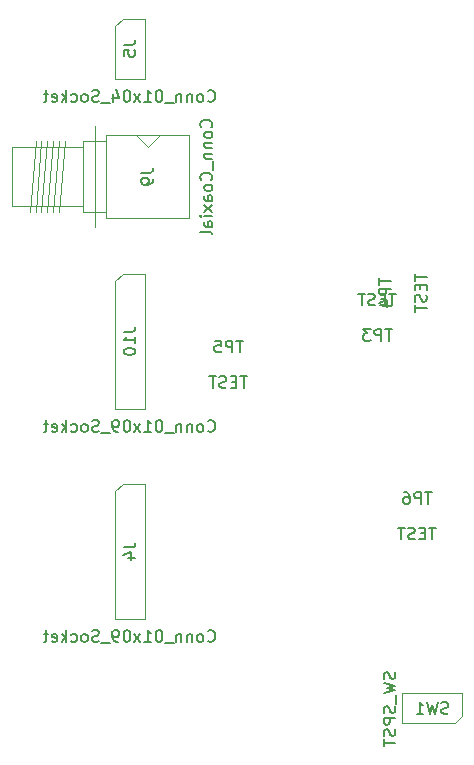
<source format=gbr>
G04 #@! TF.GenerationSoftware,KiCad,Pcbnew,7.0.11-7.0.11~ubuntu23.10.1*
G04 #@! TF.CreationDate,2024-06-16T14:32:52+02:00*
G04 #@! TF.ProjectId,WiRoc_NanoPi,5769526f-635f-44e6-916e-6f50692e6b69,rev?*
G04 #@! TF.SameCoordinates,Original*
G04 #@! TF.FileFunction,AssemblyDrawing,Bot*
%FSLAX46Y46*%
G04 Gerber Fmt 4.6, Leading zero omitted, Abs format (unit mm)*
G04 Created by KiCad (PCBNEW 7.0.11-7.0.11~ubuntu23.10.1) date 2024-06-16 14:32:52*
%MOMM*%
%LPD*%
G01*
G04 APERTURE LIST*
%ADD10C,0.150000*%
%ADD11C,0.100000*%
G04 APERTURE END LIST*
D10*
X26064819Y35115238D02*
X26064819Y34543810D01*
X27064819Y34829524D02*
X26064819Y34829524D01*
X26541009Y34210476D02*
X26541009Y33877143D01*
X27064819Y33734286D02*
X27064819Y34210476D01*
X27064819Y34210476D02*
X26064819Y34210476D01*
X26064819Y34210476D02*
X26064819Y33734286D01*
X27017200Y33353333D02*
X27064819Y33210476D01*
X27064819Y33210476D02*
X27064819Y32972381D01*
X27064819Y32972381D02*
X27017200Y32877143D01*
X27017200Y32877143D02*
X26969580Y32829524D01*
X26969580Y32829524D02*
X26874342Y32781905D01*
X26874342Y32781905D02*
X26779104Y32781905D01*
X26779104Y32781905D02*
X26683866Y32829524D01*
X26683866Y32829524D02*
X26636247Y32877143D01*
X26636247Y32877143D02*
X26588628Y32972381D01*
X26588628Y32972381D02*
X26541009Y33162857D01*
X26541009Y33162857D02*
X26493390Y33258095D01*
X26493390Y33258095D02*
X26445771Y33305714D01*
X26445771Y33305714D02*
X26350533Y33353333D01*
X26350533Y33353333D02*
X26255295Y33353333D01*
X26255295Y33353333D02*
X26160057Y33305714D01*
X26160057Y33305714D02*
X26112438Y33258095D01*
X26112438Y33258095D02*
X26064819Y33162857D01*
X26064819Y33162857D02*
X26064819Y32924762D01*
X26064819Y32924762D02*
X26112438Y32781905D01*
X26064819Y32496190D02*
X26064819Y31924762D01*
X27064819Y32210476D02*
X26064819Y32210476D01*
X23064819Y34781905D02*
X23064819Y34210477D01*
X24064819Y34496191D02*
X23064819Y34496191D01*
X24064819Y33877143D02*
X23064819Y33877143D01*
X23064819Y33877143D02*
X23064819Y33496191D01*
X23064819Y33496191D02*
X23112438Y33400953D01*
X23112438Y33400953D02*
X23160057Y33353334D01*
X23160057Y33353334D02*
X23255295Y33305715D01*
X23255295Y33305715D02*
X23398152Y33305715D01*
X23398152Y33305715D02*
X23493390Y33353334D01*
X23493390Y33353334D02*
X23541009Y33400953D01*
X23541009Y33400953D02*
X23588628Y33496191D01*
X23588628Y33496191D02*
X23588628Y33877143D01*
X23398152Y32448572D02*
X24064819Y32448572D01*
X23017200Y32686667D02*
X23731485Y32924762D01*
X23731485Y32924762D02*
X23731485Y32305715D01*
X24367200Y1401429D02*
X24414819Y1258572D01*
X24414819Y1258572D02*
X24414819Y1020477D01*
X24414819Y1020477D02*
X24367200Y925239D01*
X24367200Y925239D02*
X24319580Y877620D01*
X24319580Y877620D02*
X24224342Y830001D01*
X24224342Y830001D02*
X24129104Y830001D01*
X24129104Y830001D02*
X24033866Y877620D01*
X24033866Y877620D02*
X23986247Y925239D01*
X23986247Y925239D02*
X23938628Y1020477D01*
X23938628Y1020477D02*
X23891009Y1210953D01*
X23891009Y1210953D02*
X23843390Y1306191D01*
X23843390Y1306191D02*
X23795771Y1353810D01*
X23795771Y1353810D02*
X23700533Y1401429D01*
X23700533Y1401429D02*
X23605295Y1401429D01*
X23605295Y1401429D02*
X23510057Y1353810D01*
X23510057Y1353810D02*
X23462438Y1306191D01*
X23462438Y1306191D02*
X23414819Y1210953D01*
X23414819Y1210953D02*
X23414819Y972858D01*
X23414819Y972858D02*
X23462438Y830001D01*
X23414819Y496667D02*
X24414819Y258572D01*
X24414819Y258572D02*
X23700533Y68096D01*
X23700533Y68096D02*
X24414819Y-122380D01*
X24414819Y-122380D02*
X23414819Y-360476D01*
X24510057Y-503333D02*
X24510057Y-1265237D01*
X24367200Y-1455714D02*
X24414819Y-1598571D01*
X24414819Y-1598571D02*
X24414819Y-1836666D01*
X24414819Y-1836666D02*
X24367200Y-1931904D01*
X24367200Y-1931904D02*
X24319580Y-1979523D01*
X24319580Y-1979523D02*
X24224342Y-2027142D01*
X24224342Y-2027142D02*
X24129104Y-2027142D01*
X24129104Y-2027142D02*
X24033866Y-1979523D01*
X24033866Y-1979523D02*
X23986247Y-1931904D01*
X23986247Y-1931904D02*
X23938628Y-1836666D01*
X23938628Y-1836666D02*
X23891009Y-1646190D01*
X23891009Y-1646190D02*
X23843390Y-1550952D01*
X23843390Y-1550952D02*
X23795771Y-1503333D01*
X23795771Y-1503333D02*
X23700533Y-1455714D01*
X23700533Y-1455714D02*
X23605295Y-1455714D01*
X23605295Y-1455714D02*
X23510057Y-1503333D01*
X23510057Y-1503333D02*
X23462438Y-1550952D01*
X23462438Y-1550952D02*
X23414819Y-1646190D01*
X23414819Y-1646190D02*
X23414819Y-1884285D01*
X23414819Y-1884285D02*
X23462438Y-2027142D01*
X24414819Y-2455714D02*
X23414819Y-2455714D01*
X23414819Y-2455714D02*
X23414819Y-2836666D01*
X23414819Y-2836666D02*
X23462438Y-2931904D01*
X23462438Y-2931904D02*
X23510057Y-2979523D01*
X23510057Y-2979523D02*
X23605295Y-3027142D01*
X23605295Y-3027142D02*
X23748152Y-3027142D01*
X23748152Y-3027142D02*
X23843390Y-2979523D01*
X23843390Y-2979523D02*
X23891009Y-2931904D01*
X23891009Y-2931904D02*
X23938628Y-2836666D01*
X23938628Y-2836666D02*
X23938628Y-2455714D01*
X24367200Y-3408095D02*
X24414819Y-3550952D01*
X24414819Y-3550952D02*
X24414819Y-3789047D01*
X24414819Y-3789047D02*
X24367200Y-3884285D01*
X24367200Y-3884285D02*
X24319580Y-3931904D01*
X24319580Y-3931904D02*
X24224342Y-3979523D01*
X24224342Y-3979523D02*
X24129104Y-3979523D01*
X24129104Y-3979523D02*
X24033866Y-3931904D01*
X24033866Y-3931904D02*
X23986247Y-3884285D01*
X23986247Y-3884285D02*
X23938628Y-3789047D01*
X23938628Y-3789047D02*
X23891009Y-3598571D01*
X23891009Y-3598571D02*
X23843390Y-3503333D01*
X23843390Y-3503333D02*
X23795771Y-3455714D01*
X23795771Y-3455714D02*
X23700533Y-3408095D01*
X23700533Y-3408095D02*
X23605295Y-3408095D01*
X23605295Y-3408095D02*
X23510057Y-3455714D01*
X23510057Y-3455714D02*
X23462438Y-3503333D01*
X23462438Y-3503333D02*
X23414819Y-3598571D01*
X23414819Y-3598571D02*
X23414819Y-3836666D01*
X23414819Y-3836666D02*
X23462438Y-3979523D01*
X23414819Y-4265238D02*
X23414819Y-4836666D01*
X24414819Y-4550952D02*
X23414819Y-4550952D01*
X28893332Y-2077200D02*
X28750475Y-2124819D01*
X28750475Y-2124819D02*
X28512380Y-2124819D01*
X28512380Y-2124819D02*
X28417142Y-2077200D01*
X28417142Y-2077200D02*
X28369523Y-2029580D01*
X28369523Y-2029580D02*
X28321904Y-1934342D01*
X28321904Y-1934342D02*
X28321904Y-1839104D01*
X28321904Y-1839104D02*
X28369523Y-1743866D01*
X28369523Y-1743866D02*
X28417142Y-1696247D01*
X28417142Y-1696247D02*
X28512380Y-1648628D01*
X28512380Y-1648628D02*
X28702856Y-1601009D01*
X28702856Y-1601009D02*
X28798094Y-1553390D01*
X28798094Y-1553390D02*
X28845713Y-1505771D01*
X28845713Y-1505771D02*
X28893332Y-1410533D01*
X28893332Y-1410533D02*
X28893332Y-1315295D01*
X28893332Y-1315295D02*
X28845713Y-1220057D01*
X28845713Y-1220057D02*
X28798094Y-1172438D01*
X28798094Y-1172438D02*
X28702856Y-1124819D01*
X28702856Y-1124819D02*
X28464761Y-1124819D01*
X28464761Y-1124819D02*
X28321904Y-1172438D01*
X27988570Y-1124819D02*
X27750475Y-2124819D01*
X27750475Y-2124819D02*
X27559999Y-1410533D01*
X27559999Y-1410533D02*
X27369523Y-2124819D01*
X27369523Y-2124819D02*
X27131428Y-1124819D01*
X26226666Y-2124819D02*
X26798094Y-2124819D01*
X26512380Y-2124819D02*
X26512380Y-1124819D01*
X26512380Y-1124819D02*
X26607618Y-1267676D01*
X26607618Y-1267676D02*
X26702856Y-1362914D01*
X26702856Y-1362914D02*
X26798094Y-1410533D01*
X8809580Y47548277D02*
X8857200Y47595896D01*
X8857200Y47595896D02*
X8904819Y47738753D01*
X8904819Y47738753D02*
X8904819Y47833991D01*
X8904819Y47833991D02*
X8857200Y47976848D01*
X8857200Y47976848D02*
X8761961Y48072086D01*
X8761961Y48072086D02*
X8666723Y48119705D01*
X8666723Y48119705D02*
X8476247Y48167324D01*
X8476247Y48167324D02*
X8333390Y48167324D01*
X8333390Y48167324D02*
X8142914Y48119705D01*
X8142914Y48119705D02*
X8047676Y48072086D01*
X8047676Y48072086D02*
X7952438Y47976848D01*
X7952438Y47976848D02*
X7904819Y47833991D01*
X7904819Y47833991D02*
X7904819Y47738753D01*
X7904819Y47738753D02*
X7952438Y47595896D01*
X7952438Y47595896D02*
X8000057Y47548277D01*
X8904819Y46976848D02*
X8857200Y47072086D01*
X8857200Y47072086D02*
X8809580Y47119705D01*
X8809580Y47119705D02*
X8714342Y47167324D01*
X8714342Y47167324D02*
X8428628Y47167324D01*
X8428628Y47167324D02*
X8333390Y47119705D01*
X8333390Y47119705D02*
X8285771Y47072086D01*
X8285771Y47072086D02*
X8238152Y46976848D01*
X8238152Y46976848D02*
X8238152Y46833991D01*
X8238152Y46833991D02*
X8285771Y46738753D01*
X8285771Y46738753D02*
X8333390Y46691134D01*
X8333390Y46691134D02*
X8428628Y46643515D01*
X8428628Y46643515D02*
X8714342Y46643515D01*
X8714342Y46643515D02*
X8809580Y46691134D01*
X8809580Y46691134D02*
X8857200Y46738753D01*
X8857200Y46738753D02*
X8904819Y46833991D01*
X8904819Y46833991D02*
X8904819Y46976848D01*
X8238152Y46214943D02*
X8904819Y46214943D01*
X8333390Y46214943D02*
X8285771Y46167324D01*
X8285771Y46167324D02*
X8238152Y46072086D01*
X8238152Y46072086D02*
X8238152Y45929229D01*
X8238152Y45929229D02*
X8285771Y45833991D01*
X8285771Y45833991D02*
X8381009Y45786372D01*
X8381009Y45786372D02*
X8904819Y45786372D01*
X8238152Y45310181D02*
X8904819Y45310181D01*
X8333390Y45310181D02*
X8285771Y45262562D01*
X8285771Y45262562D02*
X8238152Y45167324D01*
X8238152Y45167324D02*
X8238152Y45024467D01*
X8238152Y45024467D02*
X8285771Y44929229D01*
X8285771Y44929229D02*
X8381009Y44881610D01*
X8381009Y44881610D02*
X8904819Y44881610D01*
X9000057Y44643514D02*
X9000057Y43881610D01*
X8809580Y43072086D02*
X8857200Y43119705D01*
X8857200Y43119705D02*
X8904819Y43262562D01*
X8904819Y43262562D02*
X8904819Y43357800D01*
X8904819Y43357800D02*
X8857200Y43500657D01*
X8857200Y43500657D02*
X8761961Y43595895D01*
X8761961Y43595895D02*
X8666723Y43643514D01*
X8666723Y43643514D02*
X8476247Y43691133D01*
X8476247Y43691133D02*
X8333390Y43691133D01*
X8333390Y43691133D02*
X8142914Y43643514D01*
X8142914Y43643514D02*
X8047676Y43595895D01*
X8047676Y43595895D02*
X7952438Y43500657D01*
X7952438Y43500657D02*
X7904819Y43357800D01*
X7904819Y43357800D02*
X7904819Y43262562D01*
X7904819Y43262562D02*
X7952438Y43119705D01*
X7952438Y43119705D02*
X8000057Y43072086D01*
X8904819Y42500657D02*
X8857200Y42595895D01*
X8857200Y42595895D02*
X8809580Y42643514D01*
X8809580Y42643514D02*
X8714342Y42691133D01*
X8714342Y42691133D02*
X8428628Y42691133D01*
X8428628Y42691133D02*
X8333390Y42643514D01*
X8333390Y42643514D02*
X8285771Y42595895D01*
X8285771Y42595895D02*
X8238152Y42500657D01*
X8238152Y42500657D02*
X8238152Y42357800D01*
X8238152Y42357800D02*
X8285771Y42262562D01*
X8285771Y42262562D02*
X8333390Y42214943D01*
X8333390Y42214943D02*
X8428628Y42167324D01*
X8428628Y42167324D02*
X8714342Y42167324D01*
X8714342Y42167324D02*
X8809580Y42214943D01*
X8809580Y42214943D02*
X8857200Y42262562D01*
X8857200Y42262562D02*
X8904819Y42357800D01*
X8904819Y42357800D02*
X8904819Y42500657D01*
X8904819Y41310181D02*
X8381009Y41310181D01*
X8381009Y41310181D02*
X8285771Y41357800D01*
X8285771Y41357800D02*
X8238152Y41453038D01*
X8238152Y41453038D02*
X8238152Y41643514D01*
X8238152Y41643514D02*
X8285771Y41738752D01*
X8857200Y41310181D02*
X8904819Y41405419D01*
X8904819Y41405419D02*
X8904819Y41643514D01*
X8904819Y41643514D02*
X8857200Y41738752D01*
X8857200Y41738752D02*
X8761961Y41786371D01*
X8761961Y41786371D02*
X8666723Y41786371D01*
X8666723Y41786371D02*
X8571485Y41738752D01*
X8571485Y41738752D02*
X8523866Y41643514D01*
X8523866Y41643514D02*
X8523866Y41405419D01*
X8523866Y41405419D02*
X8476247Y41310181D01*
X8904819Y40929228D02*
X8238152Y40405419D01*
X8238152Y40929228D02*
X8904819Y40405419D01*
X8904819Y40024466D02*
X8238152Y40024466D01*
X7904819Y40024466D02*
X7952438Y40072085D01*
X7952438Y40072085D02*
X8000057Y40024466D01*
X8000057Y40024466D02*
X7952438Y39976847D01*
X7952438Y39976847D02*
X7904819Y40024466D01*
X7904819Y40024466D02*
X8000057Y40024466D01*
X8904819Y39119705D02*
X8381009Y39119705D01*
X8381009Y39119705D02*
X8285771Y39167324D01*
X8285771Y39167324D02*
X8238152Y39262562D01*
X8238152Y39262562D02*
X8238152Y39453038D01*
X8238152Y39453038D02*
X8285771Y39548276D01*
X8857200Y39119705D02*
X8904819Y39214943D01*
X8904819Y39214943D02*
X8904819Y39453038D01*
X8904819Y39453038D02*
X8857200Y39548276D01*
X8857200Y39548276D02*
X8761961Y39595895D01*
X8761961Y39595895D02*
X8666723Y39595895D01*
X8666723Y39595895D02*
X8571485Y39548276D01*
X8571485Y39548276D02*
X8523866Y39453038D01*
X8523866Y39453038D02*
X8523866Y39214943D01*
X8523866Y39214943D02*
X8476247Y39119705D01*
X8904819Y38500657D02*
X8857200Y38595895D01*
X8857200Y38595895D02*
X8761961Y38643514D01*
X8761961Y38643514D02*
X7904819Y38643514D01*
X2904819Y43691134D02*
X3619104Y43691134D01*
X3619104Y43691134D02*
X3761961Y43738753D01*
X3761961Y43738753D02*
X3857200Y43833991D01*
X3857200Y43833991D02*
X3904819Y43976848D01*
X3904819Y43976848D02*
X3904819Y44072086D01*
X3904819Y43167324D02*
X3904819Y42976848D01*
X3904819Y42976848D02*
X3857200Y42881610D01*
X3857200Y42881610D02*
X3809580Y42833991D01*
X3809580Y42833991D02*
X3666723Y42738753D01*
X3666723Y42738753D02*
X3476247Y42691134D01*
X3476247Y42691134D02*
X3095295Y42691134D01*
X3095295Y42691134D02*
X3000057Y42738753D01*
X3000057Y42738753D02*
X2952438Y42786372D01*
X2952438Y42786372D02*
X2904819Y42881610D01*
X2904819Y42881610D02*
X2904819Y43072086D01*
X2904819Y43072086D02*
X2952438Y43167324D01*
X2952438Y43167324D02*
X3000057Y43214943D01*
X3000057Y43214943D02*
X3095295Y43262562D01*
X3095295Y43262562D02*
X3333390Y43262562D01*
X3333390Y43262562D02*
X3428628Y43214943D01*
X3428628Y43214943D02*
X3476247Y43167324D01*
X3476247Y43167324D02*
X3523866Y43072086D01*
X3523866Y43072086D02*
X3523866Y42881610D01*
X3523866Y42881610D02*
X3476247Y42786372D01*
X3476247Y42786372D02*
X3428628Y42738753D01*
X3428628Y42738753D02*
X3333390Y42691134D01*
X24455237Y33464181D02*
X23883809Y33464181D01*
X24169523Y32464181D02*
X24169523Y33464181D01*
X23550475Y32987991D02*
X23217142Y32987991D01*
X23074285Y32464181D02*
X23550475Y32464181D01*
X23550475Y32464181D02*
X23550475Y33464181D01*
X23550475Y33464181D02*
X23074285Y33464181D01*
X22693332Y32511800D02*
X22550475Y32464181D01*
X22550475Y32464181D02*
X22312380Y32464181D01*
X22312380Y32464181D02*
X22217142Y32511800D01*
X22217142Y32511800D02*
X22169523Y32559420D01*
X22169523Y32559420D02*
X22121904Y32654658D01*
X22121904Y32654658D02*
X22121904Y32749896D01*
X22121904Y32749896D02*
X22169523Y32845134D01*
X22169523Y32845134D02*
X22217142Y32892753D01*
X22217142Y32892753D02*
X22312380Y32940372D01*
X22312380Y32940372D02*
X22502856Y32987991D01*
X22502856Y32987991D02*
X22598094Y33035610D01*
X22598094Y33035610D02*
X22645713Y33083229D01*
X22645713Y33083229D02*
X22693332Y33178467D01*
X22693332Y33178467D02*
X22693332Y33273705D01*
X22693332Y33273705D02*
X22645713Y33368943D01*
X22645713Y33368943D02*
X22598094Y33416562D01*
X22598094Y33416562D02*
X22502856Y33464181D01*
X22502856Y33464181D02*
X22264761Y33464181D01*
X22264761Y33464181D02*
X22121904Y33416562D01*
X21836189Y33464181D02*
X21264761Y33464181D01*
X21550475Y32464181D02*
X21550475Y33464181D01*
X24121904Y30464181D02*
X23550476Y30464181D01*
X23836190Y29464181D02*
X23836190Y30464181D01*
X23217142Y29464181D02*
X23217142Y30464181D01*
X23217142Y30464181D02*
X22836190Y30464181D01*
X22836190Y30464181D02*
X22740952Y30416562D01*
X22740952Y30416562D02*
X22693333Y30368943D01*
X22693333Y30368943D02*
X22645714Y30273705D01*
X22645714Y30273705D02*
X22645714Y30130848D01*
X22645714Y30130848D02*
X22693333Y30035610D01*
X22693333Y30035610D02*
X22740952Y29987991D01*
X22740952Y29987991D02*
X22836190Y29940372D01*
X22836190Y29940372D02*
X23217142Y29940372D01*
X22312380Y30464181D02*
X21693333Y30464181D01*
X21693333Y30464181D02*
X22026666Y30083229D01*
X22026666Y30083229D02*
X21883809Y30083229D01*
X21883809Y30083229D02*
X21788571Y30035610D01*
X21788571Y30035610D02*
X21740952Y29987991D01*
X21740952Y29987991D02*
X21693333Y29892753D01*
X21693333Y29892753D02*
X21693333Y29654658D01*
X21693333Y29654658D02*
X21740952Y29559420D01*
X21740952Y29559420D02*
X21788571Y29511800D01*
X21788571Y29511800D02*
X21883809Y29464181D01*
X21883809Y29464181D02*
X22169523Y29464181D01*
X22169523Y29464181D02*
X22264761Y29511800D01*
X22264761Y29511800D02*
X22312380Y29559420D01*
X8545239Y21850420D02*
X8592858Y21802800D01*
X8592858Y21802800D02*
X8735715Y21755181D01*
X8735715Y21755181D02*
X8830953Y21755181D01*
X8830953Y21755181D02*
X8973810Y21802800D01*
X8973810Y21802800D02*
X9069048Y21898039D01*
X9069048Y21898039D02*
X9116667Y21993277D01*
X9116667Y21993277D02*
X9164286Y22183753D01*
X9164286Y22183753D02*
X9164286Y22326610D01*
X9164286Y22326610D02*
X9116667Y22517086D01*
X9116667Y22517086D02*
X9069048Y22612324D01*
X9069048Y22612324D02*
X8973810Y22707562D01*
X8973810Y22707562D02*
X8830953Y22755181D01*
X8830953Y22755181D02*
X8735715Y22755181D01*
X8735715Y22755181D02*
X8592858Y22707562D01*
X8592858Y22707562D02*
X8545239Y22659943D01*
X7973810Y21755181D02*
X8069048Y21802800D01*
X8069048Y21802800D02*
X8116667Y21850420D01*
X8116667Y21850420D02*
X8164286Y21945658D01*
X8164286Y21945658D02*
X8164286Y22231372D01*
X8164286Y22231372D02*
X8116667Y22326610D01*
X8116667Y22326610D02*
X8069048Y22374229D01*
X8069048Y22374229D02*
X7973810Y22421848D01*
X7973810Y22421848D02*
X7830953Y22421848D01*
X7830953Y22421848D02*
X7735715Y22374229D01*
X7735715Y22374229D02*
X7688096Y22326610D01*
X7688096Y22326610D02*
X7640477Y22231372D01*
X7640477Y22231372D02*
X7640477Y21945658D01*
X7640477Y21945658D02*
X7688096Y21850420D01*
X7688096Y21850420D02*
X7735715Y21802800D01*
X7735715Y21802800D02*
X7830953Y21755181D01*
X7830953Y21755181D02*
X7973810Y21755181D01*
X7211905Y22421848D02*
X7211905Y21755181D01*
X7211905Y22326610D02*
X7164286Y22374229D01*
X7164286Y22374229D02*
X7069048Y22421848D01*
X7069048Y22421848D02*
X6926191Y22421848D01*
X6926191Y22421848D02*
X6830953Y22374229D01*
X6830953Y22374229D02*
X6783334Y22278991D01*
X6783334Y22278991D02*
X6783334Y21755181D01*
X6307143Y22421848D02*
X6307143Y21755181D01*
X6307143Y22326610D02*
X6259524Y22374229D01*
X6259524Y22374229D02*
X6164286Y22421848D01*
X6164286Y22421848D02*
X6021429Y22421848D01*
X6021429Y22421848D02*
X5926191Y22374229D01*
X5926191Y22374229D02*
X5878572Y22278991D01*
X5878572Y22278991D02*
X5878572Y21755181D01*
X5640477Y21659943D02*
X4878572Y21659943D01*
X4450000Y22755181D02*
X4354762Y22755181D01*
X4354762Y22755181D02*
X4259524Y22707562D01*
X4259524Y22707562D02*
X4211905Y22659943D01*
X4211905Y22659943D02*
X4164286Y22564705D01*
X4164286Y22564705D02*
X4116667Y22374229D01*
X4116667Y22374229D02*
X4116667Y22136134D01*
X4116667Y22136134D02*
X4164286Y21945658D01*
X4164286Y21945658D02*
X4211905Y21850420D01*
X4211905Y21850420D02*
X4259524Y21802800D01*
X4259524Y21802800D02*
X4354762Y21755181D01*
X4354762Y21755181D02*
X4450000Y21755181D01*
X4450000Y21755181D02*
X4545238Y21802800D01*
X4545238Y21802800D02*
X4592857Y21850420D01*
X4592857Y21850420D02*
X4640476Y21945658D01*
X4640476Y21945658D02*
X4688095Y22136134D01*
X4688095Y22136134D02*
X4688095Y22374229D01*
X4688095Y22374229D02*
X4640476Y22564705D01*
X4640476Y22564705D02*
X4592857Y22659943D01*
X4592857Y22659943D02*
X4545238Y22707562D01*
X4545238Y22707562D02*
X4450000Y22755181D01*
X3164286Y21755181D02*
X3735714Y21755181D01*
X3450000Y21755181D02*
X3450000Y22755181D01*
X3450000Y22755181D02*
X3545238Y22612324D01*
X3545238Y22612324D02*
X3640476Y22517086D01*
X3640476Y22517086D02*
X3735714Y22469467D01*
X2830952Y21755181D02*
X2307143Y22421848D01*
X2830952Y22421848D02*
X2307143Y21755181D01*
X1735714Y22755181D02*
X1640476Y22755181D01*
X1640476Y22755181D02*
X1545238Y22707562D01*
X1545238Y22707562D02*
X1497619Y22659943D01*
X1497619Y22659943D02*
X1450000Y22564705D01*
X1450000Y22564705D02*
X1402381Y22374229D01*
X1402381Y22374229D02*
X1402381Y22136134D01*
X1402381Y22136134D02*
X1450000Y21945658D01*
X1450000Y21945658D02*
X1497619Y21850420D01*
X1497619Y21850420D02*
X1545238Y21802800D01*
X1545238Y21802800D02*
X1640476Y21755181D01*
X1640476Y21755181D02*
X1735714Y21755181D01*
X1735714Y21755181D02*
X1830952Y21802800D01*
X1830952Y21802800D02*
X1878571Y21850420D01*
X1878571Y21850420D02*
X1926190Y21945658D01*
X1926190Y21945658D02*
X1973809Y22136134D01*
X1973809Y22136134D02*
X1973809Y22374229D01*
X1973809Y22374229D02*
X1926190Y22564705D01*
X1926190Y22564705D02*
X1878571Y22659943D01*
X1878571Y22659943D02*
X1830952Y22707562D01*
X1830952Y22707562D02*
X1735714Y22755181D01*
X926190Y21755181D02*
X735714Y21755181D01*
X735714Y21755181D02*
X640476Y21802800D01*
X640476Y21802800D02*
X592857Y21850420D01*
X592857Y21850420D02*
X497619Y21993277D01*
X497619Y21993277D02*
X450000Y22183753D01*
X450000Y22183753D02*
X450000Y22564705D01*
X450000Y22564705D02*
X497619Y22659943D01*
X497619Y22659943D02*
X545238Y22707562D01*
X545238Y22707562D02*
X640476Y22755181D01*
X640476Y22755181D02*
X830952Y22755181D01*
X830952Y22755181D02*
X926190Y22707562D01*
X926190Y22707562D02*
X973809Y22659943D01*
X973809Y22659943D02*
X1021428Y22564705D01*
X1021428Y22564705D02*
X1021428Y22326610D01*
X1021428Y22326610D02*
X973809Y22231372D01*
X973809Y22231372D02*
X926190Y22183753D01*
X926190Y22183753D02*
X830952Y22136134D01*
X830952Y22136134D02*
X640476Y22136134D01*
X640476Y22136134D02*
X545238Y22183753D01*
X545238Y22183753D02*
X497619Y22231372D01*
X497619Y22231372D02*
X450000Y22326610D01*
X259524Y21659943D02*
X-502381Y21659943D01*
X-692858Y21802800D02*
X-835715Y21755181D01*
X-835715Y21755181D02*
X-1073810Y21755181D01*
X-1073810Y21755181D02*
X-1169048Y21802800D01*
X-1169048Y21802800D02*
X-1216667Y21850420D01*
X-1216667Y21850420D02*
X-1264286Y21945658D01*
X-1264286Y21945658D02*
X-1264286Y22040896D01*
X-1264286Y22040896D02*
X-1216667Y22136134D01*
X-1216667Y22136134D02*
X-1169048Y22183753D01*
X-1169048Y22183753D02*
X-1073810Y22231372D01*
X-1073810Y22231372D02*
X-883334Y22278991D01*
X-883334Y22278991D02*
X-788096Y22326610D01*
X-788096Y22326610D02*
X-740477Y22374229D01*
X-740477Y22374229D02*
X-692858Y22469467D01*
X-692858Y22469467D02*
X-692858Y22564705D01*
X-692858Y22564705D02*
X-740477Y22659943D01*
X-740477Y22659943D02*
X-788096Y22707562D01*
X-788096Y22707562D02*
X-883334Y22755181D01*
X-883334Y22755181D02*
X-1121429Y22755181D01*
X-1121429Y22755181D02*
X-1264286Y22707562D01*
X-1835715Y21755181D02*
X-1740477Y21802800D01*
X-1740477Y21802800D02*
X-1692858Y21850420D01*
X-1692858Y21850420D02*
X-1645239Y21945658D01*
X-1645239Y21945658D02*
X-1645239Y22231372D01*
X-1645239Y22231372D02*
X-1692858Y22326610D01*
X-1692858Y22326610D02*
X-1740477Y22374229D01*
X-1740477Y22374229D02*
X-1835715Y22421848D01*
X-1835715Y22421848D02*
X-1978572Y22421848D01*
X-1978572Y22421848D02*
X-2073810Y22374229D01*
X-2073810Y22374229D02*
X-2121429Y22326610D01*
X-2121429Y22326610D02*
X-2169048Y22231372D01*
X-2169048Y22231372D02*
X-2169048Y21945658D01*
X-2169048Y21945658D02*
X-2121429Y21850420D01*
X-2121429Y21850420D02*
X-2073810Y21802800D01*
X-2073810Y21802800D02*
X-1978572Y21755181D01*
X-1978572Y21755181D02*
X-1835715Y21755181D01*
X-3026191Y21802800D02*
X-2930953Y21755181D01*
X-2930953Y21755181D02*
X-2740477Y21755181D01*
X-2740477Y21755181D02*
X-2645239Y21802800D01*
X-2645239Y21802800D02*
X-2597620Y21850420D01*
X-2597620Y21850420D02*
X-2550001Y21945658D01*
X-2550001Y21945658D02*
X-2550001Y22231372D01*
X-2550001Y22231372D02*
X-2597620Y22326610D01*
X-2597620Y22326610D02*
X-2645239Y22374229D01*
X-2645239Y22374229D02*
X-2740477Y22421848D01*
X-2740477Y22421848D02*
X-2930953Y22421848D01*
X-2930953Y22421848D02*
X-3026191Y22374229D01*
X-3454763Y21755181D02*
X-3454763Y22755181D01*
X-3550001Y22136134D02*
X-3835715Y21755181D01*
X-3835715Y22421848D02*
X-3454763Y22040896D01*
X-4645239Y21802800D02*
X-4550001Y21755181D01*
X-4550001Y21755181D02*
X-4359525Y21755181D01*
X-4359525Y21755181D02*
X-4264287Y21802800D01*
X-4264287Y21802800D02*
X-4216668Y21898039D01*
X-4216668Y21898039D02*
X-4216668Y22278991D01*
X-4216668Y22278991D02*
X-4264287Y22374229D01*
X-4264287Y22374229D02*
X-4359525Y22421848D01*
X-4359525Y22421848D02*
X-4550001Y22421848D01*
X-4550001Y22421848D02*
X-4645239Y22374229D01*
X-4645239Y22374229D02*
X-4692858Y22278991D01*
X-4692858Y22278991D02*
X-4692858Y22183753D01*
X-4692858Y22183753D02*
X-4216668Y22088515D01*
X-4978573Y22421848D02*
X-5359525Y22421848D01*
X-5121430Y22755181D02*
X-5121430Y21898039D01*
X-5121430Y21898039D02*
X-5169049Y21802800D01*
X-5169049Y21802800D02*
X-5264287Y21755181D01*
X-5264287Y21755181D02*
X-5359525Y21755181D01*
X1404819Y30234524D02*
X2119104Y30234524D01*
X2119104Y30234524D02*
X2261961Y30282143D01*
X2261961Y30282143D02*
X2357200Y30377381D01*
X2357200Y30377381D02*
X2404819Y30520238D01*
X2404819Y30520238D02*
X2404819Y30615476D01*
X2404819Y29234524D02*
X2404819Y29805952D01*
X2404819Y29520238D02*
X1404819Y29520238D01*
X1404819Y29520238D02*
X1547676Y29615476D01*
X1547676Y29615476D02*
X1642914Y29710714D01*
X1642914Y29710714D02*
X1690533Y29805952D01*
X1404819Y28615476D02*
X1404819Y28520238D01*
X1404819Y28520238D02*
X1452438Y28425000D01*
X1452438Y28425000D02*
X1500057Y28377381D01*
X1500057Y28377381D02*
X1595295Y28329762D01*
X1595295Y28329762D02*
X1785771Y28282143D01*
X1785771Y28282143D02*
X2023866Y28282143D01*
X2023866Y28282143D02*
X2214342Y28329762D01*
X2214342Y28329762D02*
X2309580Y28377381D01*
X2309580Y28377381D02*
X2357200Y28425000D01*
X2357200Y28425000D02*
X2404819Y28520238D01*
X2404819Y28520238D02*
X2404819Y28615476D01*
X2404819Y28615476D02*
X2357200Y28710714D01*
X2357200Y28710714D02*
X2309580Y28758333D01*
X2309580Y28758333D02*
X2214342Y28805952D01*
X2214342Y28805952D02*
X2023866Y28853571D01*
X2023866Y28853571D02*
X1785771Y28853571D01*
X1785771Y28853571D02*
X1595295Y28805952D01*
X1595295Y28805952D02*
X1500057Y28758333D01*
X1500057Y28758333D02*
X1452438Y28710714D01*
X1452438Y28710714D02*
X1404819Y28615476D01*
X8545239Y4070420D02*
X8592858Y4022800D01*
X8592858Y4022800D02*
X8735715Y3975181D01*
X8735715Y3975181D02*
X8830953Y3975181D01*
X8830953Y3975181D02*
X8973810Y4022800D01*
X8973810Y4022800D02*
X9069048Y4118039D01*
X9069048Y4118039D02*
X9116667Y4213277D01*
X9116667Y4213277D02*
X9164286Y4403753D01*
X9164286Y4403753D02*
X9164286Y4546610D01*
X9164286Y4546610D02*
X9116667Y4737086D01*
X9116667Y4737086D02*
X9069048Y4832324D01*
X9069048Y4832324D02*
X8973810Y4927562D01*
X8973810Y4927562D02*
X8830953Y4975181D01*
X8830953Y4975181D02*
X8735715Y4975181D01*
X8735715Y4975181D02*
X8592858Y4927562D01*
X8592858Y4927562D02*
X8545239Y4879943D01*
X7973810Y3975181D02*
X8069048Y4022800D01*
X8069048Y4022800D02*
X8116667Y4070420D01*
X8116667Y4070420D02*
X8164286Y4165658D01*
X8164286Y4165658D02*
X8164286Y4451372D01*
X8164286Y4451372D02*
X8116667Y4546610D01*
X8116667Y4546610D02*
X8069048Y4594229D01*
X8069048Y4594229D02*
X7973810Y4641848D01*
X7973810Y4641848D02*
X7830953Y4641848D01*
X7830953Y4641848D02*
X7735715Y4594229D01*
X7735715Y4594229D02*
X7688096Y4546610D01*
X7688096Y4546610D02*
X7640477Y4451372D01*
X7640477Y4451372D02*
X7640477Y4165658D01*
X7640477Y4165658D02*
X7688096Y4070420D01*
X7688096Y4070420D02*
X7735715Y4022800D01*
X7735715Y4022800D02*
X7830953Y3975181D01*
X7830953Y3975181D02*
X7973810Y3975181D01*
X7211905Y4641848D02*
X7211905Y3975181D01*
X7211905Y4546610D02*
X7164286Y4594229D01*
X7164286Y4594229D02*
X7069048Y4641848D01*
X7069048Y4641848D02*
X6926191Y4641848D01*
X6926191Y4641848D02*
X6830953Y4594229D01*
X6830953Y4594229D02*
X6783334Y4498991D01*
X6783334Y4498991D02*
X6783334Y3975181D01*
X6307143Y4641848D02*
X6307143Y3975181D01*
X6307143Y4546610D02*
X6259524Y4594229D01*
X6259524Y4594229D02*
X6164286Y4641848D01*
X6164286Y4641848D02*
X6021429Y4641848D01*
X6021429Y4641848D02*
X5926191Y4594229D01*
X5926191Y4594229D02*
X5878572Y4498991D01*
X5878572Y4498991D02*
X5878572Y3975181D01*
X5640477Y3879943D02*
X4878572Y3879943D01*
X4450000Y4975181D02*
X4354762Y4975181D01*
X4354762Y4975181D02*
X4259524Y4927562D01*
X4259524Y4927562D02*
X4211905Y4879943D01*
X4211905Y4879943D02*
X4164286Y4784705D01*
X4164286Y4784705D02*
X4116667Y4594229D01*
X4116667Y4594229D02*
X4116667Y4356134D01*
X4116667Y4356134D02*
X4164286Y4165658D01*
X4164286Y4165658D02*
X4211905Y4070420D01*
X4211905Y4070420D02*
X4259524Y4022800D01*
X4259524Y4022800D02*
X4354762Y3975181D01*
X4354762Y3975181D02*
X4450000Y3975181D01*
X4450000Y3975181D02*
X4545238Y4022800D01*
X4545238Y4022800D02*
X4592857Y4070420D01*
X4592857Y4070420D02*
X4640476Y4165658D01*
X4640476Y4165658D02*
X4688095Y4356134D01*
X4688095Y4356134D02*
X4688095Y4594229D01*
X4688095Y4594229D02*
X4640476Y4784705D01*
X4640476Y4784705D02*
X4592857Y4879943D01*
X4592857Y4879943D02*
X4545238Y4927562D01*
X4545238Y4927562D02*
X4450000Y4975181D01*
X3164286Y3975181D02*
X3735714Y3975181D01*
X3450000Y3975181D02*
X3450000Y4975181D01*
X3450000Y4975181D02*
X3545238Y4832324D01*
X3545238Y4832324D02*
X3640476Y4737086D01*
X3640476Y4737086D02*
X3735714Y4689467D01*
X2830952Y3975181D02*
X2307143Y4641848D01*
X2830952Y4641848D02*
X2307143Y3975181D01*
X1735714Y4975181D02*
X1640476Y4975181D01*
X1640476Y4975181D02*
X1545238Y4927562D01*
X1545238Y4927562D02*
X1497619Y4879943D01*
X1497619Y4879943D02*
X1450000Y4784705D01*
X1450000Y4784705D02*
X1402381Y4594229D01*
X1402381Y4594229D02*
X1402381Y4356134D01*
X1402381Y4356134D02*
X1450000Y4165658D01*
X1450000Y4165658D02*
X1497619Y4070420D01*
X1497619Y4070420D02*
X1545238Y4022800D01*
X1545238Y4022800D02*
X1640476Y3975181D01*
X1640476Y3975181D02*
X1735714Y3975181D01*
X1735714Y3975181D02*
X1830952Y4022800D01*
X1830952Y4022800D02*
X1878571Y4070420D01*
X1878571Y4070420D02*
X1926190Y4165658D01*
X1926190Y4165658D02*
X1973809Y4356134D01*
X1973809Y4356134D02*
X1973809Y4594229D01*
X1973809Y4594229D02*
X1926190Y4784705D01*
X1926190Y4784705D02*
X1878571Y4879943D01*
X1878571Y4879943D02*
X1830952Y4927562D01*
X1830952Y4927562D02*
X1735714Y4975181D01*
X926190Y3975181D02*
X735714Y3975181D01*
X735714Y3975181D02*
X640476Y4022800D01*
X640476Y4022800D02*
X592857Y4070420D01*
X592857Y4070420D02*
X497619Y4213277D01*
X497619Y4213277D02*
X450000Y4403753D01*
X450000Y4403753D02*
X450000Y4784705D01*
X450000Y4784705D02*
X497619Y4879943D01*
X497619Y4879943D02*
X545238Y4927562D01*
X545238Y4927562D02*
X640476Y4975181D01*
X640476Y4975181D02*
X830952Y4975181D01*
X830952Y4975181D02*
X926190Y4927562D01*
X926190Y4927562D02*
X973809Y4879943D01*
X973809Y4879943D02*
X1021428Y4784705D01*
X1021428Y4784705D02*
X1021428Y4546610D01*
X1021428Y4546610D02*
X973809Y4451372D01*
X973809Y4451372D02*
X926190Y4403753D01*
X926190Y4403753D02*
X830952Y4356134D01*
X830952Y4356134D02*
X640476Y4356134D01*
X640476Y4356134D02*
X545238Y4403753D01*
X545238Y4403753D02*
X497619Y4451372D01*
X497619Y4451372D02*
X450000Y4546610D01*
X259524Y3879943D02*
X-502381Y3879943D01*
X-692858Y4022800D02*
X-835715Y3975181D01*
X-835715Y3975181D02*
X-1073810Y3975181D01*
X-1073810Y3975181D02*
X-1169048Y4022800D01*
X-1169048Y4022800D02*
X-1216667Y4070420D01*
X-1216667Y4070420D02*
X-1264286Y4165658D01*
X-1264286Y4165658D02*
X-1264286Y4260896D01*
X-1264286Y4260896D02*
X-1216667Y4356134D01*
X-1216667Y4356134D02*
X-1169048Y4403753D01*
X-1169048Y4403753D02*
X-1073810Y4451372D01*
X-1073810Y4451372D02*
X-883334Y4498991D01*
X-883334Y4498991D02*
X-788096Y4546610D01*
X-788096Y4546610D02*
X-740477Y4594229D01*
X-740477Y4594229D02*
X-692858Y4689467D01*
X-692858Y4689467D02*
X-692858Y4784705D01*
X-692858Y4784705D02*
X-740477Y4879943D01*
X-740477Y4879943D02*
X-788096Y4927562D01*
X-788096Y4927562D02*
X-883334Y4975181D01*
X-883334Y4975181D02*
X-1121429Y4975181D01*
X-1121429Y4975181D02*
X-1264286Y4927562D01*
X-1835715Y3975181D02*
X-1740477Y4022800D01*
X-1740477Y4022800D02*
X-1692858Y4070420D01*
X-1692858Y4070420D02*
X-1645239Y4165658D01*
X-1645239Y4165658D02*
X-1645239Y4451372D01*
X-1645239Y4451372D02*
X-1692858Y4546610D01*
X-1692858Y4546610D02*
X-1740477Y4594229D01*
X-1740477Y4594229D02*
X-1835715Y4641848D01*
X-1835715Y4641848D02*
X-1978572Y4641848D01*
X-1978572Y4641848D02*
X-2073810Y4594229D01*
X-2073810Y4594229D02*
X-2121429Y4546610D01*
X-2121429Y4546610D02*
X-2169048Y4451372D01*
X-2169048Y4451372D02*
X-2169048Y4165658D01*
X-2169048Y4165658D02*
X-2121429Y4070420D01*
X-2121429Y4070420D02*
X-2073810Y4022800D01*
X-2073810Y4022800D02*
X-1978572Y3975181D01*
X-1978572Y3975181D02*
X-1835715Y3975181D01*
X-3026191Y4022800D02*
X-2930953Y3975181D01*
X-2930953Y3975181D02*
X-2740477Y3975181D01*
X-2740477Y3975181D02*
X-2645239Y4022800D01*
X-2645239Y4022800D02*
X-2597620Y4070420D01*
X-2597620Y4070420D02*
X-2550001Y4165658D01*
X-2550001Y4165658D02*
X-2550001Y4451372D01*
X-2550001Y4451372D02*
X-2597620Y4546610D01*
X-2597620Y4546610D02*
X-2645239Y4594229D01*
X-2645239Y4594229D02*
X-2740477Y4641848D01*
X-2740477Y4641848D02*
X-2930953Y4641848D01*
X-2930953Y4641848D02*
X-3026191Y4594229D01*
X-3454763Y3975181D02*
X-3454763Y4975181D01*
X-3550001Y4356134D02*
X-3835715Y3975181D01*
X-3835715Y4641848D02*
X-3454763Y4260896D01*
X-4645239Y4022800D02*
X-4550001Y3975181D01*
X-4550001Y3975181D02*
X-4359525Y3975181D01*
X-4359525Y3975181D02*
X-4264287Y4022800D01*
X-4264287Y4022800D02*
X-4216668Y4118039D01*
X-4216668Y4118039D02*
X-4216668Y4498991D01*
X-4216668Y4498991D02*
X-4264287Y4594229D01*
X-4264287Y4594229D02*
X-4359525Y4641848D01*
X-4359525Y4641848D02*
X-4550001Y4641848D01*
X-4550001Y4641848D02*
X-4645239Y4594229D01*
X-4645239Y4594229D02*
X-4692858Y4498991D01*
X-4692858Y4498991D02*
X-4692858Y4403753D01*
X-4692858Y4403753D02*
X-4216668Y4308515D01*
X-4978573Y4641848D02*
X-5359525Y4641848D01*
X-5121430Y4975181D02*
X-5121430Y4118039D01*
X-5121430Y4118039D02*
X-5169049Y4022800D01*
X-5169049Y4022800D02*
X-5264287Y3975181D01*
X-5264287Y3975181D02*
X-5359525Y3975181D01*
X1404819Y11978334D02*
X2119104Y11978334D01*
X2119104Y11978334D02*
X2261961Y12025953D01*
X2261961Y12025953D02*
X2357200Y12121191D01*
X2357200Y12121191D02*
X2404819Y12264048D01*
X2404819Y12264048D02*
X2404819Y12359286D01*
X1738152Y11073572D02*
X2404819Y11073572D01*
X1357200Y11311667D02*
X2071485Y11549762D01*
X2071485Y11549762D02*
X2071485Y10930715D01*
X8545239Y49790420D02*
X8592858Y49742800D01*
X8592858Y49742800D02*
X8735715Y49695181D01*
X8735715Y49695181D02*
X8830953Y49695181D01*
X8830953Y49695181D02*
X8973810Y49742800D01*
X8973810Y49742800D02*
X9069048Y49838039D01*
X9069048Y49838039D02*
X9116667Y49933277D01*
X9116667Y49933277D02*
X9164286Y50123753D01*
X9164286Y50123753D02*
X9164286Y50266610D01*
X9164286Y50266610D02*
X9116667Y50457086D01*
X9116667Y50457086D02*
X9069048Y50552324D01*
X9069048Y50552324D02*
X8973810Y50647562D01*
X8973810Y50647562D02*
X8830953Y50695181D01*
X8830953Y50695181D02*
X8735715Y50695181D01*
X8735715Y50695181D02*
X8592858Y50647562D01*
X8592858Y50647562D02*
X8545239Y50599943D01*
X7973810Y49695181D02*
X8069048Y49742800D01*
X8069048Y49742800D02*
X8116667Y49790420D01*
X8116667Y49790420D02*
X8164286Y49885658D01*
X8164286Y49885658D02*
X8164286Y50171372D01*
X8164286Y50171372D02*
X8116667Y50266610D01*
X8116667Y50266610D02*
X8069048Y50314229D01*
X8069048Y50314229D02*
X7973810Y50361848D01*
X7973810Y50361848D02*
X7830953Y50361848D01*
X7830953Y50361848D02*
X7735715Y50314229D01*
X7735715Y50314229D02*
X7688096Y50266610D01*
X7688096Y50266610D02*
X7640477Y50171372D01*
X7640477Y50171372D02*
X7640477Y49885658D01*
X7640477Y49885658D02*
X7688096Y49790420D01*
X7688096Y49790420D02*
X7735715Y49742800D01*
X7735715Y49742800D02*
X7830953Y49695181D01*
X7830953Y49695181D02*
X7973810Y49695181D01*
X7211905Y50361848D02*
X7211905Y49695181D01*
X7211905Y50266610D02*
X7164286Y50314229D01*
X7164286Y50314229D02*
X7069048Y50361848D01*
X7069048Y50361848D02*
X6926191Y50361848D01*
X6926191Y50361848D02*
X6830953Y50314229D01*
X6830953Y50314229D02*
X6783334Y50218991D01*
X6783334Y50218991D02*
X6783334Y49695181D01*
X6307143Y50361848D02*
X6307143Y49695181D01*
X6307143Y50266610D02*
X6259524Y50314229D01*
X6259524Y50314229D02*
X6164286Y50361848D01*
X6164286Y50361848D02*
X6021429Y50361848D01*
X6021429Y50361848D02*
X5926191Y50314229D01*
X5926191Y50314229D02*
X5878572Y50218991D01*
X5878572Y50218991D02*
X5878572Y49695181D01*
X5640477Y49599943D02*
X4878572Y49599943D01*
X4450000Y50695181D02*
X4354762Y50695181D01*
X4354762Y50695181D02*
X4259524Y50647562D01*
X4259524Y50647562D02*
X4211905Y50599943D01*
X4211905Y50599943D02*
X4164286Y50504705D01*
X4164286Y50504705D02*
X4116667Y50314229D01*
X4116667Y50314229D02*
X4116667Y50076134D01*
X4116667Y50076134D02*
X4164286Y49885658D01*
X4164286Y49885658D02*
X4211905Y49790420D01*
X4211905Y49790420D02*
X4259524Y49742800D01*
X4259524Y49742800D02*
X4354762Y49695181D01*
X4354762Y49695181D02*
X4450000Y49695181D01*
X4450000Y49695181D02*
X4545238Y49742800D01*
X4545238Y49742800D02*
X4592857Y49790420D01*
X4592857Y49790420D02*
X4640476Y49885658D01*
X4640476Y49885658D02*
X4688095Y50076134D01*
X4688095Y50076134D02*
X4688095Y50314229D01*
X4688095Y50314229D02*
X4640476Y50504705D01*
X4640476Y50504705D02*
X4592857Y50599943D01*
X4592857Y50599943D02*
X4545238Y50647562D01*
X4545238Y50647562D02*
X4450000Y50695181D01*
X3164286Y49695181D02*
X3735714Y49695181D01*
X3450000Y49695181D02*
X3450000Y50695181D01*
X3450000Y50695181D02*
X3545238Y50552324D01*
X3545238Y50552324D02*
X3640476Y50457086D01*
X3640476Y50457086D02*
X3735714Y50409467D01*
X2830952Y49695181D02*
X2307143Y50361848D01*
X2830952Y50361848D02*
X2307143Y49695181D01*
X1735714Y50695181D02*
X1640476Y50695181D01*
X1640476Y50695181D02*
X1545238Y50647562D01*
X1545238Y50647562D02*
X1497619Y50599943D01*
X1497619Y50599943D02*
X1450000Y50504705D01*
X1450000Y50504705D02*
X1402381Y50314229D01*
X1402381Y50314229D02*
X1402381Y50076134D01*
X1402381Y50076134D02*
X1450000Y49885658D01*
X1450000Y49885658D02*
X1497619Y49790420D01*
X1497619Y49790420D02*
X1545238Y49742800D01*
X1545238Y49742800D02*
X1640476Y49695181D01*
X1640476Y49695181D02*
X1735714Y49695181D01*
X1735714Y49695181D02*
X1830952Y49742800D01*
X1830952Y49742800D02*
X1878571Y49790420D01*
X1878571Y49790420D02*
X1926190Y49885658D01*
X1926190Y49885658D02*
X1973809Y50076134D01*
X1973809Y50076134D02*
X1973809Y50314229D01*
X1973809Y50314229D02*
X1926190Y50504705D01*
X1926190Y50504705D02*
X1878571Y50599943D01*
X1878571Y50599943D02*
X1830952Y50647562D01*
X1830952Y50647562D02*
X1735714Y50695181D01*
X545238Y50361848D02*
X545238Y49695181D01*
X783333Y50742800D02*
X1021428Y50028515D01*
X1021428Y50028515D02*
X402381Y50028515D01*
X259524Y49599943D02*
X-502381Y49599943D01*
X-692858Y49742800D02*
X-835715Y49695181D01*
X-835715Y49695181D02*
X-1073810Y49695181D01*
X-1073810Y49695181D02*
X-1169048Y49742800D01*
X-1169048Y49742800D02*
X-1216667Y49790420D01*
X-1216667Y49790420D02*
X-1264286Y49885658D01*
X-1264286Y49885658D02*
X-1264286Y49980896D01*
X-1264286Y49980896D02*
X-1216667Y50076134D01*
X-1216667Y50076134D02*
X-1169048Y50123753D01*
X-1169048Y50123753D02*
X-1073810Y50171372D01*
X-1073810Y50171372D02*
X-883334Y50218991D01*
X-883334Y50218991D02*
X-788096Y50266610D01*
X-788096Y50266610D02*
X-740477Y50314229D01*
X-740477Y50314229D02*
X-692858Y50409467D01*
X-692858Y50409467D02*
X-692858Y50504705D01*
X-692858Y50504705D02*
X-740477Y50599943D01*
X-740477Y50599943D02*
X-788096Y50647562D01*
X-788096Y50647562D02*
X-883334Y50695181D01*
X-883334Y50695181D02*
X-1121429Y50695181D01*
X-1121429Y50695181D02*
X-1264286Y50647562D01*
X-1835715Y49695181D02*
X-1740477Y49742800D01*
X-1740477Y49742800D02*
X-1692858Y49790420D01*
X-1692858Y49790420D02*
X-1645239Y49885658D01*
X-1645239Y49885658D02*
X-1645239Y50171372D01*
X-1645239Y50171372D02*
X-1692858Y50266610D01*
X-1692858Y50266610D02*
X-1740477Y50314229D01*
X-1740477Y50314229D02*
X-1835715Y50361848D01*
X-1835715Y50361848D02*
X-1978572Y50361848D01*
X-1978572Y50361848D02*
X-2073810Y50314229D01*
X-2073810Y50314229D02*
X-2121429Y50266610D01*
X-2121429Y50266610D02*
X-2169048Y50171372D01*
X-2169048Y50171372D02*
X-2169048Y49885658D01*
X-2169048Y49885658D02*
X-2121429Y49790420D01*
X-2121429Y49790420D02*
X-2073810Y49742800D01*
X-2073810Y49742800D02*
X-1978572Y49695181D01*
X-1978572Y49695181D02*
X-1835715Y49695181D01*
X-3026191Y49742800D02*
X-2930953Y49695181D01*
X-2930953Y49695181D02*
X-2740477Y49695181D01*
X-2740477Y49695181D02*
X-2645239Y49742800D01*
X-2645239Y49742800D02*
X-2597620Y49790420D01*
X-2597620Y49790420D02*
X-2550001Y49885658D01*
X-2550001Y49885658D02*
X-2550001Y50171372D01*
X-2550001Y50171372D02*
X-2597620Y50266610D01*
X-2597620Y50266610D02*
X-2645239Y50314229D01*
X-2645239Y50314229D02*
X-2740477Y50361848D01*
X-2740477Y50361848D02*
X-2930953Y50361848D01*
X-2930953Y50361848D02*
X-3026191Y50314229D01*
X-3454763Y49695181D02*
X-3454763Y50695181D01*
X-3550001Y50076134D02*
X-3835715Y49695181D01*
X-3835715Y50361848D02*
X-3454763Y49980896D01*
X-4645239Y49742800D02*
X-4550001Y49695181D01*
X-4550001Y49695181D02*
X-4359525Y49695181D01*
X-4359525Y49695181D02*
X-4264287Y49742800D01*
X-4264287Y49742800D02*
X-4216668Y49838039D01*
X-4216668Y49838039D02*
X-4216668Y50218991D01*
X-4216668Y50218991D02*
X-4264287Y50314229D01*
X-4264287Y50314229D02*
X-4359525Y50361848D01*
X-4359525Y50361848D02*
X-4550001Y50361848D01*
X-4550001Y50361848D02*
X-4645239Y50314229D01*
X-4645239Y50314229D02*
X-4692858Y50218991D01*
X-4692858Y50218991D02*
X-4692858Y50123753D01*
X-4692858Y50123753D02*
X-4216668Y50028515D01*
X-4978573Y50361848D02*
X-5359525Y50361848D01*
X-5121430Y50695181D02*
X-5121430Y49838039D01*
X-5121430Y49838039D02*
X-5169049Y49742800D01*
X-5169049Y49742800D02*
X-5264287Y49695181D01*
X-5264287Y49695181D02*
X-5359525Y49695181D01*
X1404819Y54523334D02*
X2119104Y54523334D01*
X2119104Y54523334D02*
X2261961Y54570953D01*
X2261961Y54570953D02*
X2357200Y54666191D01*
X2357200Y54666191D02*
X2404819Y54809048D01*
X2404819Y54809048D02*
X2404819Y54904286D01*
X1404819Y53570953D02*
X1404819Y54047143D01*
X1404819Y54047143D02*
X1881009Y54094762D01*
X1881009Y54094762D02*
X1833390Y54047143D01*
X1833390Y54047143D02*
X1785771Y53951905D01*
X1785771Y53951905D02*
X1785771Y53713810D01*
X1785771Y53713810D02*
X1833390Y53618572D01*
X1833390Y53618572D02*
X1881009Y53570953D01*
X1881009Y53570953D02*
X1976247Y53523334D01*
X1976247Y53523334D02*
X2214342Y53523334D01*
X2214342Y53523334D02*
X2309580Y53570953D01*
X2309580Y53570953D02*
X2357200Y53618572D01*
X2357200Y53618572D02*
X2404819Y53713810D01*
X2404819Y53713810D02*
X2404819Y53951905D01*
X2404819Y53951905D02*
X2357200Y54047143D01*
X2357200Y54047143D02*
X2309580Y54094762D01*
X27833437Y13650981D02*
X27262009Y13650981D01*
X27547723Y12650981D02*
X27547723Y13650981D01*
X26928675Y13174791D02*
X26595342Y13174791D01*
X26452485Y12650981D02*
X26928675Y12650981D01*
X26928675Y12650981D02*
X26928675Y13650981D01*
X26928675Y13650981D02*
X26452485Y13650981D01*
X26071532Y12698600D02*
X25928675Y12650981D01*
X25928675Y12650981D02*
X25690580Y12650981D01*
X25690580Y12650981D02*
X25595342Y12698600D01*
X25595342Y12698600D02*
X25547723Y12746220D01*
X25547723Y12746220D02*
X25500104Y12841458D01*
X25500104Y12841458D02*
X25500104Y12936696D01*
X25500104Y12936696D02*
X25547723Y13031934D01*
X25547723Y13031934D02*
X25595342Y13079553D01*
X25595342Y13079553D02*
X25690580Y13127172D01*
X25690580Y13127172D02*
X25881056Y13174791D01*
X25881056Y13174791D02*
X25976294Y13222410D01*
X25976294Y13222410D02*
X26023913Y13270029D01*
X26023913Y13270029D02*
X26071532Y13365267D01*
X26071532Y13365267D02*
X26071532Y13460505D01*
X26071532Y13460505D02*
X26023913Y13555743D01*
X26023913Y13555743D02*
X25976294Y13603362D01*
X25976294Y13603362D02*
X25881056Y13650981D01*
X25881056Y13650981D02*
X25642961Y13650981D01*
X25642961Y13650981D02*
X25500104Y13603362D01*
X25214389Y13650981D02*
X24642961Y13650981D01*
X24928675Y12650981D02*
X24928675Y13650981D01*
X27500104Y16650981D02*
X26928676Y16650981D01*
X27214390Y15650981D02*
X27214390Y16650981D01*
X26595342Y15650981D02*
X26595342Y16650981D01*
X26595342Y16650981D02*
X26214390Y16650981D01*
X26214390Y16650981D02*
X26119152Y16603362D01*
X26119152Y16603362D02*
X26071533Y16555743D01*
X26071533Y16555743D02*
X26023914Y16460505D01*
X26023914Y16460505D02*
X26023914Y16317648D01*
X26023914Y16317648D02*
X26071533Y16222410D01*
X26071533Y16222410D02*
X26119152Y16174791D01*
X26119152Y16174791D02*
X26214390Y16127172D01*
X26214390Y16127172D02*
X26595342Y16127172D01*
X25166771Y16650981D02*
X25357247Y16650981D01*
X25357247Y16650981D02*
X25452485Y16603362D01*
X25452485Y16603362D02*
X25500104Y16555743D01*
X25500104Y16555743D02*
X25595342Y16412886D01*
X25595342Y16412886D02*
X25642961Y16222410D01*
X25642961Y16222410D02*
X25642961Y15841458D01*
X25642961Y15841458D02*
X25595342Y15746220D01*
X25595342Y15746220D02*
X25547723Y15698600D01*
X25547723Y15698600D02*
X25452485Y15650981D01*
X25452485Y15650981D02*
X25262009Y15650981D01*
X25262009Y15650981D02*
X25166771Y15698600D01*
X25166771Y15698600D02*
X25119152Y15746220D01*
X25119152Y15746220D02*
X25071533Y15841458D01*
X25071533Y15841458D02*
X25071533Y16079553D01*
X25071533Y16079553D02*
X25119152Y16174791D01*
X25119152Y16174791D02*
X25166771Y16222410D01*
X25166771Y16222410D02*
X25262009Y16270029D01*
X25262009Y16270029D02*
X25452485Y16270029D01*
X25452485Y16270029D02*
X25547723Y16222410D01*
X25547723Y16222410D02*
X25595342Y16174791D01*
X25595342Y16174791D02*
X25642961Y16079553D01*
X11856837Y26477981D02*
X11285409Y26477981D01*
X11571123Y25477981D02*
X11571123Y26477981D01*
X10952075Y26001791D02*
X10618742Y26001791D01*
X10475885Y25477981D02*
X10952075Y25477981D01*
X10952075Y25477981D02*
X10952075Y26477981D01*
X10952075Y26477981D02*
X10475885Y26477981D01*
X10094932Y25525600D02*
X9952075Y25477981D01*
X9952075Y25477981D02*
X9713980Y25477981D01*
X9713980Y25477981D02*
X9618742Y25525600D01*
X9618742Y25525600D02*
X9571123Y25573220D01*
X9571123Y25573220D02*
X9523504Y25668458D01*
X9523504Y25668458D02*
X9523504Y25763696D01*
X9523504Y25763696D02*
X9571123Y25858934D01*
X9571123Y25858934D02*
X9618742Y25906553D01*
X9618742Y25906553D02*
X9713980Y25954172D01*
X9713980Y25954172D02*
X9904456Y26001791D01*
X9904456Y26001791D02*
X9999694Y26049410D01*
X9999694Y26049410D02*
X10047313Y26097029D01*
X10047313Y26097029D02*
X10094932Y26192267D01*
X10094932Y26192267D02*
X10094932Y26287505D01*
X10094932Y26287505D02*
X10047313Y26382743D01*
X10047313Y26382743D02*
X9999694Y26430362D01*
X9999694Y26430362D02*
X9904456Y26477981D01*
X9904456Y26477981D02*
X9666361Y26477981D01*
X9666361Y26477981D02*
X9523504Y26430362D01*
X9237789Y26477981D02*
X8666361Y26477981D01*
X8952075Y25477981D02*
X8952075Y26477981D01*
X11523504Y29477981D02*
X10952076Y29477981D01*
X11237790Y28477981D02*
X11237790Y29477981D01*
X10618742Y28477981D02*
X10618742Y29477981D01*
X10618742Y29477981D02*
X10237790Y29477981D01*
X10237790Y29477981D02*
X10142552Y29430362D01*
X10142552Y29430362D02*
X10094933Y29382743D01*
X10094933Y29382743D02*
X10047314Y29287505D01*
X10047314Y29287505D02*
X10047314Y29144648D01*
X10047314Y29144648D02*
X10094933Y29049410D01*
X10094933Y29049410D02*
X10142552Y29001791D01*
X10142552Y29001791D02*
X10237790Y28954172D01*
X10237790Y28954172D02*
X10618742Y28954172D01*
X9142552Y29477981D02*
X9618742Y29477981D01*
X9618742Y29477981D02*
X9666361Y29001791D01*
X9666361Y29001791D02*
X9618742Y29049410D01*
X9618742Y29049410D02*
X9523504Y29097029D01*
X9523504Y29097029D02*
X9285409Y29097029D01*
X9285409Y29097029D02*
X9190171Y29049410D01*
X9190171Y29049410D02*
X9142552Y29001791D01*
X9142552Y29001791D02*
X9094933Y28906553D01*
X9094933Y28906553D02*
X9094933Y28668458D01*
X9094933Y28668458D02*
X9142552Y28573220D01*
X9142552Y28573220D02*
X9190171Y28525600D01*
X9190171Y28525600D02*
X9285409Y28477981D01*
X9285409Y28477981D02*
X9523504Y28477981D01*
X9523504Y28477981D02*
X9618742Y28525600D01*
X9618742Y28525600D02*
X9666361Y28573220D01*
D11*
G04 #@! TO.C,SW1*
X25020000Y-2940000D02*
X29465000Y-2940000D01*
X29465000Y-2940000D02*
X30100000Y-2305000D01*
X30100000Y-2305000D02*
X30100000Y-400000D01*
X25020000Y-400000D02*
X25020000Y-2940000D01*
X30100000Y-400000D02*
X25020000Y-400000D01*
G04 #@! TO.C,J9*
X6950000Y46857800D02*
X6950000Y39857800D01*
X2450000Y46857800D02*
X3450000Y45857800D01*
X-50000Y46857800D02*
X6950000Y46857800D01*
X-50000Y46857800D02*
X-50000Y39857800D01*
X-2050000Y46357800D02*
X-50000Y46357800D01*
X-3550000Y46357800D02*
X-4050000Y40357800D01*
X-4050000Y46357800D02*
X-4550000Y40357800D01*
X-4550000Y46357800D02*
X-5050000Y40357800D01*
X-5050000Y46357800D02*
X-5550000Y40357800D01*
X-5550000Y46357800D02*
X-6050000Y40357800D01*
X-6050000Y46357800D02*
X-6550000Y40357800D01*
X3450000Y45857800D02*
X4450000Y46857800D01*
X-8050000Y45857800D02*
X-2050000Y45857800D01*
X-8050000Y45857800D02*
X-8050000Y40857800D01*
X-8050000Y40857800D02*
X-2050000Y40857800D01*
X-2050000Y40357800D02*
X-2050000Y46357800D01*
X-2050000Y40357800D02*
X-50000Y40357800D01*
X-50000Y39857800D02*
X6950000Y39857800D01*
X-1050000Y39057800D02*
X-1050000Y47657800D01*
G04 #@! TO.C,J10*
X3220000Y23710000D02*
X3220000Y35140000D01*
X3220000Y35140000D02*
X1315000Y35140000D01*
X1315000Y35140000D02*
X680000Y34505000D01*
X680000Y23710000D02*
X3220000Y23710000D01*
X680000Y34505000D02*
X680000Y23710000D01*
G04 #@! TO.C,J4*
X3220000Y5930000D02*
X3220000Y17360000D01*
X3220000Y17360000D02*
X1315000Y17360000D01*
X1315000Y17360000D02*
X680000Y16725000D01*
X680000Y5930000D02*
X3220000Y5930000D01*
X680000Y16725000D02*
X680000Y5930000D01*
G04 #@! TO.C,J5*
X3220000Y51650000D02*
X3220000Y56730000D01*
X3220000Y56730000D02*
X1315000Y56730000D01*
X1315000Y56730000D02*
X680000Y56095000D01*
X680000Y51650000D02*
X3220000Y51650000D01*
X680000Y56095000D02*
X680000Y51650000D01*
G04 #@! TD*
M02*

</source>
